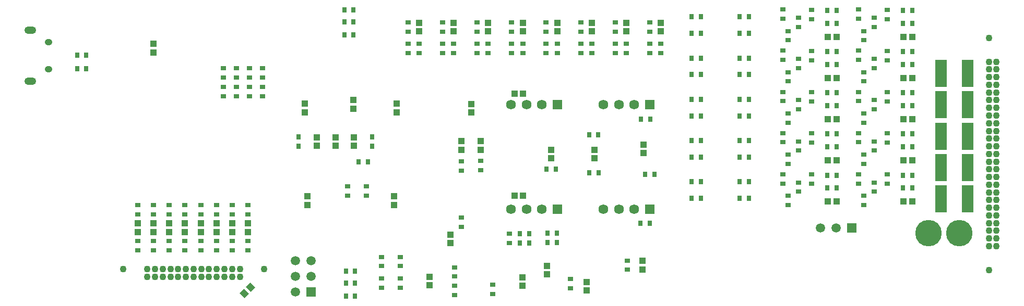
<source format=gbr>
%TF.GenerationSoftware,Altium Limited,Altium Designer,22.4.2 (48)*%
G04 Layer_Color=255*
%FSLAX45Y45*%
%MOMM*%
%TF.SameCoordinates,DD45EC1B-027E-4741-A071-7A00BA1CB46E*%
%TF.FilePolarity,Positive*%
%TF.FileFunction,Pads,Bot*%
%TF.Part,Single*%
G01*
G75*
%TA.AperFunction,SMDPad,CuDef*%
%ADD19R,0.70000X0.90000*%
%ADD26R,1.05000X1.10000*%
%ADD27R,1.10000X1.05000*%
%ADD36R,0.90000X0.70000*%
%TA.AperFunction,ComponentPad*%
%ADD77R,1.50000X1.50000*%
%ADD78C,4.30000*%
%ADD79C,1.10000*%
%ADD80C,1.59000*%
%ADD81R,1.59000X1.59000*%
%ADD82C,1.50000*%
%ADD83O,1.25000X1.05000*%
%ADD84O,1.90000X1.20000*%
%ADD85R,1.50000X1.50000*%
%TA.AperFunction,SMDPad,CuDef*%
%ADD94R,1.90000X4.44000*%
%ADD95R,0.70000X0.85000*%
G04:AMPARAMS|DCode=96|XSize=1.1mm|YSize=1.05mm|CornerRadius=0mm|HoleSize=0mm|Usage=FLASHONLY|Rotation=315.000|XOffset=0mm|YOffset=0mm|HoleType=Round|Shape=Rectangle|*
%AMROTATEDRECTD96*
4,1,4,-0.76014,0.01768,-0.01768,0.76014,0.76014,-0.01768,0.01768,-0.76014,-0.76014,0.01768,0.0*
%
%ADD96ROTATEDRECTD96*%

D19*
X11050000Y2370000D02*
D03*
X11200000D02*
D03*
X11055000Y4065000D02*
D03*
X11205000D02*
D03*
X9545000Y2210000D02*
D03*
X9695000D02*
D03*
X9095000Y2205000D02*
D03*
X9245000D02*
D03*
X9695000Y2060000D02*
D03*
X9545000D02*
D03*
X9095000Y2055000D02*
D03*
X9245000Y2055000D02*
D03*
X11125000Y3170000D02*
D03*
X11275000D02*
D03*
X9525000Y3250000D02*
D03*
X9675000D02*
D03*
X10365000Y3810000D02*
D03*
X10215000D02*
D03*
X10220000Y3190000D02*
D03*
X10370000Y3190000D02*
D03*
X2060000Y5105000D02*
D03*
X1910000D02*
D03*
X2060000Y4890001D02*
D03*
X1910000Y4890000D02*
D03*
X6475000Y3370000D02*
D03*
X6625000D02*
D03*
X6420000Y1190000D02*
D03*
X6270000D02*
D03*
X6420000Y1395000D02*
D03*
X6270000D02*
D03*
Y1594999D02*
D03*
X6420000D02*
D03*
X6395000Y5440000D02*
D03*
X6245000Y5440000D02*
D03*
X6395000Y5645000D02*
D03*
X6245000Y5645000D02*
D03*
X6245000Y5844999D02*
D03*
X6395000Y5844999D02*
D03*
X11879999Y2780000D02*
D03*
X12029999D02*
D03*
X11879999Y3050000D02*
D03*
X12029999D02*
D03*
X12659998Y2780000D02*
D03*
X12809998D02*
D03*
X12659998Y3050000D02*
D03*
X12809998D02*
D03*
X11879999Y3450000D02*
D03*
X12029999D02*
D03*
X11879999Y3720000D02*
D03*
X12029999D02*
D03*
X12659998Y3450000D02*
D03*
X12809998D02*
D03*
X12659998Y3720000D02*
D03*
X12809998D02*
D03*
X11879999Y4120000D02*
D03*
X12029999D02*
D03*
X11879999Y4390000D02*
D03*
X12029999D02*
D03*
X12659998Y4120000D02*
D03*
X12809998D02*
D03*
X12659998Y4390000D02*
D03*
X12809998D02*
D03*
X11879999Y4790000D02*
D03*
X12029999D02*
D03*
X11879999Y5060000D02*
D03*
X12029999D02*
D03*
X12659998Y4790000D02*
D03*
X12809998D02*
D03*
X12659998Y5060000D02*
D03*
X12809998D02*
D03*
X11879999Y5459999D02*
D03*
X12029999D02*
D03*
X11879999Y5729999D02*
D03*
X12029999D02*
D03*
X12659998Y5730000D02*
D03*
X12809998D02*
D03*
X12659998Y5460000D02*
D03*
X12809998D02*
D03*
X14230000Y3155001D02*
D03*
X14080003D02*
D03*
X14230000Y2945001D02*
D03*
X14080003D02*
D03*
X15305000Y5835000D02*
D03*
X15455000D02*
D03*
X15305000Y5625000D02*
D03*
X15455000D02*
D03*
X14079999Y4495001D02*
D03*
X14229996D02*
D03*
X14079999Y4285001D02*
D03*
X14229996D02*
D03*
X14079999Y3825001D02*
D03*
X14230000D02*
D03*
X14079999Y3615001D02*
D03*
X14230000D02*
D03*
X14080003Y5165001D02*
D03*
X14230000D02*
D03*
X14080003Y4955001D02*
D03*
X14230000D02*
D03*
X14079999Y5835001D02*
D03*
X14230000D02*
D03*
X14079999Y5625001D02*
D03*
X14230000D02*
D03*
X15305003Y3825001D02*
D03*
X15455000D02*
D03*
X15305003Y3615001D02*
D03*
X15455000D02*
D03*
X15304997Y4495001D02*
D03*
X15455000D02*
D03*
X15304997Y4285001D02*
D03*
X15455000D02*
D03*
X15304997Y3155001D02*
D03*
X15454996D02*
D03*
X15304997Y2945001D02*
D03*
X15454996D02*
D03*
X15304997Y5165001D02*
D03*
X15455000D02*
D03*
X15304997Y4955001D02*
D03*
X15455000D02*
D03*
D26*
X9005000Y4480000D02*
D03*
X9145000D02*
D03*
X9005000Y2825000D02*
D03*
X9145000D02*
D03*
X15455000Y3394998D02*
D03*
X15314999D02*
D03*
X14089999Y2724998D02*
D03*
X14230000D02*
D03*
X15455000Y5405000D02*
D03*
X15314999D02*
D03*
X14230005Y4064998D02*
D03*
X14089999D02*
D03*
X14230000Y3394998D02*
D03*
X14089999D02*
D03*
X14230000Y4734998D02*
D03*
X14089999D02*
D03*
X14230000Y5404998D02*
D03*
X14089999D02*
D03*
X15455000Y4064998D02*
D03*
X15314999D02*
D03*
X15455005Y2724998D02*
D03*
X15314999D02*
D03*
X15455000Y4734998D02*
D03*
X15314999D02*
D03*
D27*
X7630000Y1360991D02*
D03*
Y1500991D02*
D03*
X9535002Y1680001D02*
D03*
Y1540001D02*
D03*
X10180000Y1420000D02*
D03*
Y1280000D02*
D03*
X9135002Y1492502D02*
D03*
Y1352502D02*
D03*
X7970000Y2050000D02*
D03*
Y2190000D02*
D03*
X4170001Y2370000D02*
D03*
Y2230000D02*
D03*
X9600002Y3569999D02*
D03*
Y3429998D02*
D03*
X6100000Y3630000D02*
D03*
Y3770000D02*
D03*
X6400000Y3630000D02*
D03*
Y3770000D02*
D03*
X11080000Y1760000D02*
D03*
Y1620000D02*
D03*
X8307497Y4313751D02*
D03*
Y4173751D02*
D03*
X10300000Y3570002D02*
D03*
Y3430002D02*
D03*
X11100000Y3655000D02*
D03*
Y3515000D02*
D03*
X8140000Y3710000D02*
D03*
Y3570000D02*
D03*
X8455000Y3710000D02*
D03*
Y3570000D02*
D03*
X3150000Y5290000D02*
D03*
Y5150000D02*
D03*
X6395000Y4235000D02*
D03*
Y4375000D02*
D03*
X5650000Y2810000D02*
D03*
Y2670000D02*
D03*
X5605000Y4180000D02*
D03*
Y4320000D02*
D03*
X7090000Y4180000D02*
D03*
Y4320000D02*
D03*
X7050000Y2670000D02*
D03*
Y2810000D02*
D03*
X5800000Y3630000D02*
D03*
Y3770000D02*
D03*
X2895001Y2370000D02*
D03*
Y2230000D02*
D03*
X3150001Y2370000D02*
D03*
Y2230000D02*
D03*
X4425001Y2370000D02*
D03*
Y2230000D02*
D03*
X3660001Y2370000D02*
D03*
Y2230000D02*
D03*
X3405001Y2370000D02*
D03*
Y2230000D02*
D03*
X3915001Y2370000D02*
D03*
Y2230000D02*
D03*
X4680001Y2370000D02*
D03*
Y2230000D02*
D03*
X8579007Y5494999D02*
D03*
Y5634998D02*
D03*
X9139007Y5494999D02*
D03*
Y5634998D02*
D03*
X8019007Y5494999D02*
D03*
Y5634998D02*
D03*
X7459007D02*
D03*
Y5494999D02*
D03*
X10259007D02*
D03*
Y5634998D02*
D03*
X11379006Y5494999D02*
D03*
Y5634998D02*
D03*
X9699007Y5494999D02*
D03*
Y5634998D02*
D03*
X10819007Y5494999D02*
D03*
Y5634998D02*
D03*
D36*
X14670000Y5500000D02*
D03*
X14585001Y5700000D02*
D03*
X13445001Y5500001D02*
D03*
X13359996Y5699998D02*
D03*
X14670001Y4830001D02*
D03*
X14584996Y5029998D02*
D03*
X13445001Y4829996D02*
D03*
X13359996Y5030003D02*
D03*
X14670001Y4160001D02*
D03*
X14584996Y4359998D02*
D03*
X13445001Y4160001D02*
D03*
X13359996Y4359998D02*
D03*
X13445001Y3490001D02*
D03*
X13359996Y3689998D02*
D03*
X14670001Y2820001D02*
D03*
X14584996Y3019998D02*
D03*
X13445001Y2819996D02*
D03*
X13360001Y3020003D02*
D03*
X14670001Y3489996D02*
D03*
X14584996Y3690003D02*
D03*
X8920000Y2205000D02*
D03*
Y2055000D02*
D03*
X8650000Y1225000D02*
D03*
Y1375000D02*
D03*
X9910000Y1315000D02*
D03*
Y1465000D02*
D03*
X8140000Y2465000D02*
D03*
Y2315000D02*
D03*
X6850000Y1475000D02*
D03*
Y1325000D02*
D03*
Y1825000D02*
D03*
Y1675000D02*
D03*
X4285000Y4440000D02*
D03*
Y4590000D02*
D03*
Y4745000D02*
D03*
Y4895000D02*
D03*
X4170001Y2515000D02*
D03*
Y2665000D02*
D03*
Y1935000D02*
D03*
Y2085000D02*
D03*
X6600000Y2825000D02*
D03*
Y2975000D02*
D03*
X6300000Y2975000D02*
D03*
Y2825000D02*
D03*
X10835000Y1615000D02*
D03*
Y1765000D02*
D03*
X7150000Y1675000D02*
D03*
Y1825000D02*
D03*
Y1325000D02*
D03*
Y1475000D02*
D03*
X8140000Y3230000D02*
D03*
Y3380000D02*
D03*
X8455000Y3390000D02*
D03*
Y3240000D02*
D03*
X4495000Y4895000D02*
D03*
Y4745000D02*
D03*
Y4590000D02*
D03*
Y4440000D02*
D03*
X4705000Y4895000D02*
D03*
Y4745000D02*
D03*
Y4590000D02*
D03*
Y4440000D02*
D03*
X4915000Y4590000D02*
D03*
Y4440000D02*
D03*
Y4895000D02*
D03*
Y4745000D02*
D03*
X8030000Y1355000D02*
D03*
Y1205000D02*
D03*
X8030000Y1505000D02*
D03*
Y1655000D02*
D03*
X2895001Y1935000D02*
D03*
Y2085000D02*
D03*
Y2515000D02*
D03*
Y2665000D02*
D03*
X3150001Y1935000D02*
D03*
Y2085000D02*
D03*
Y2515000D02*
D03*
Y2665000D02*
D03*
X4425001Y2515000D02*
D03*
Y2665000D02*
D03*
Y1935000D02*
D03*
Y2085000D02*
D03*
X3660001Y2515000D02*
D03*
Y2665000D02*
D03*
Y1935000D02*
D03*
Y2085000D02*
D03*
X3405001Y2515000D02*
D03*
Y2665000D02*
D03*
Y1935000D02*
D03*
Y2085000D02*
D03*
X3915001Y2515000D02*
D03*
Y2665000D02*
D03*
Y1935000D02*
D03*
Y2085000D02*
D03*
X4680001Y2515000D02*
D03*
Y2665000D02*
D03*
Y1935000D02*
D03*
Y2085000D02*
D03*
X8399007Y5639997D02*
D03*
Y5490000D02*
D03*
X8579007Y5144997D02*
D03*
Y5294999D02*
D03*
X8399007Y5144997D02*
D03*
Y5294999D02*
D03*
X8959007Y5639997D02*
D03*
Y5490000D02*
D03*
X9139007Y5144997D02*
D03*
Y5294999D02*
D03*
X8959007Y5144997D02*
D03*
Y5294999D02*
D03*
X7839007Y5639997D02*
D03*
Y5490000D02*
D03*
X8019007Y5144997D02*
D03*
Y5294999D02*
D03*
X7839007Y5144997D02*
D03*
Y5294999D02*
D03*
X7279008Y5490000D02*
D03*
Y5639997D02*
D03*
X7459007Y5294999D02*
D03*
Y5144997D02*
D03*
X7279008Y5294999D02*
D03*
Y5144997D02*
D03*
X10079007Y5639997D02*
D03*
Y5490000D02*
D03*
X10259007Y5144997D02*
D03*
Y5294999D02*
D03*
X10079007Y5144997D02*
D03*
Y5294999D02*
D03*
X11199007Y5639997D02*
D03*
Y5490000D02*
D03*
X11379006Y5144997D02*
D03*
Y5294999D02*
D03*
X11199007Y5144997D02*
D03*
Y5294999D02*
D03*
X9519007Y5639997D02*
D03*
Y5490000D02*
D03*
X9699007Y5144997D02*
D03*
Y5294999D02*
D03*
X9519007Y5144997D02*
D03*
Y5294999D02*
D03*
X10639007Y5639997D02*
D03*
Y5490000D02*
D03*
X10819007Y5144997D02*
D03*
Y5294999D02*
D03*
X10639007Y5144997D02*
D03*
Y5294999D02*
D03*
X13825002Y3165001D02*
D03*
Y3015003D02*
D03*
X13615001Y2884999D02*
D03*
Y3034996D02*
D03*
X13360001Y3170001D02*
D03*
X13445001Y2669999D02*
D03*
X15050000Y5695000D02*
D03*
Y5844999D02*
D03*
X14839999Y5715000D02*
D03*
Y5565000D02*
D03*
X14585001Y5849999D02*
D03*
X14670000Y5350000D02*
D03*
X13825002Y4354998D02*
D03*
Y4504995D02*
D03*
X13615001Y4375001D02*
D03*
Y4225004D02*
D03*
X13359996Y4509995D02*
D03*
X13445001Y4010004D02*
D03*
X13825002Y3684998D02*
D03*
Y3835000D02*
D03*
X13615001Y3705001D02*
D03*
Y3554999D02*
D03*
X13359996Y3840000D02*
D03*
X13445001Y3339999D02*
D03*
X13825002Y5025003D02*
D03*
Y5175000D02*
D03*
X13615001Y5044996D02*
D03*
Y4894999D02*
D03*
X13359996Y5180000D02*
D03*
X13445001Y4679999D02*
D03*
X13825002Y5694998D02*
D03*
Y5845000D02*
D03*
X13615001Y5715001D02*
D03*
Y5564999D02*
D03*
X13359996Y5850000D02*
D03*
X13445001Y5349999D02*
D03*
X15050002Y3685003D02*
D03*
Y3835000D02*
D03*
X14840001Y3704996D02*
D03*
Y3554999D02*
D03*
X14584996Y3840000D02*
D03*
X14670001Y3339999D02*
D03*
X15050002Y4354998D02*
D03*
Y4505000D02*
D03*
X14840001Y4375001D02*
D03*
Y4224999D02*
D03*
X14584996Y4510000D02*
D03*
X14670001Y4009999D02*
D03*
X15050002Y3014998D02*
D03*
Y3164995D02*
D03*
X14840001Y3035001D02*
D03*
Y2885004D02*
D03*
X14584996Y3169995D02*
D03*
X14670001Y2670004D02*
D03*
X15050002Y5024998D02*
D03*
Y5175000D02*
D03*
X14840001Y5045001D02*
D03*
Y4894999D02*
D03*
X14584996Y5180000D02*
D03*
X14670001Y4679999D02*
D03*
D77*
X14480000Y2300000D02*
D03*
D78*
X15724995Y2210000D02*
D03*
X16225000Y2210000D02*
D03*
D79*
X16700000Y4875000D02*
D03*
X16825000D02*
D03*
X16700000Y4625000D02*
D03*
X16825000D02*
D03*
X16700000Y4375000D02*
D03*
X16825000D02*
D03*
X16700000Y4125000D02*
D03*
X16825000D02*
D03*
X16700000Y3875000D02*
D03*
X16825000D02*
D03*
X16700000Y3625000D02*
D03*
X16825000D02*
D03*
X16700000Y3375000D02*
D03*
X16825000D02*
D03*
X16700000Y3125000D02*
D03*
X16825000D02*
D03*
X16700000Y2875000D02*
D03*
X16825000D02*
D03*
X16700000Y2625000D02*
D03*
X16825000D02*
D03*
X2660000Y1625000D02*
D03*
X4940001Y1625000D02*
D03*
X3050001Y1500001D02*
D03*
X3175000D02*
D03*
X3299998D02*
D03*
X3425002D02*
D03*
X3550001D02*
D03*
X3674999D02*
D03*
X3800003D02*
D03*
X3925001D02*
D03*
X4050000D02*
D03*
X4174998D02*
D03*
X4300002D02*
D03*
X4425000D02*
D03*
X4549998D02*
D03*
X3050002Y1625000D02*
D03*
X3175000D02*
D03*
X3299998D02*
D03*
X3425002D02*
D03*
X3550000D02*
D03*
X3674999D02*
D03*
X3800003D02*
D03*
X3925001D02*
D03*
X4050000D02*
D03*
X4174998D02*
D03*
X4300002D02*
D03*
X4425000D02*
D03*
X4549999D02*
D03*
X16700000Y2500000D02*
D03*
X16825000Y2375000D02*
D03*
Y2500000D02*
D03*
X16700000Y2250000D02*
D03*
X16825000D02*
D03*
X16700000Y2125000D02*
D03*
X16825000D02*
D03*
X16700000Y2375000D02*
D03*
Y2000000D02*
D03*
X16825000D02*
D03*
X16700000Y1610000D02*
D03*
Y5390000D02*
D03*
X16825000Y2750000D02*
D03*
Y3000000D02*
D03*
Y3250000D02*
D03*
Y3500000D02*
D03*
Y3750000D02*
D03*
Y4000000D02*
D03*
Y4250000D02*
D03*
Y4500000D02*
D03*
Y4750000D02*
D03*
Y5000000D02*
D03*
X16700000Y2750000D02*
D03*
Y3000000D02*
D03*
Y3250000D02*
D03*
Y3500000D02*
D03*
Y3750000D02*
D03*
Y4000000D02*
D03*
Y4250000D02*
D03*
Y4500000D02*
D03*
Y4750000D02*
D03*
Y5000000D02*
D03*
D80*
X8949998Y4299999D02*
D03*
X9200000D02*
D03*
X9450002D02*
D03*
X10949999Y2600001D02*
D03*
X10699997D02*
D03*
X10450000D02*
D03*
X10950002Y4300002D02*
D03*
X10700000D02*
D03*
X10449998D02*
D03*
X8949998Y2599999D02*
D03*
X9200000D02*
D03*
X9450002D02*
D03*
D81*
X9699999Y4299999D02*
D03*
X11200001Y2600001D02*
D03*
X11199999Y4300001D02*
D03*
X9699999Y2599999D02*
D03*
D82*
X13972000Y2300000D02*
D03*
X14225999D02*
D03*
X5451000Y1251000D02*
D03*
X5705000Y1505000D02*
D03*
X5451000D02*
D03*
X5705000Y1759000D02*
D03*
X5451000D02*
D03*
D83*
X1450000Y5322500D02*
D03*
Y4877497D02*
D03*
D84*
X1150001Y4682502D02*
D03*
X1150001Y5517501D02*
D03*
D85*
X5705000Y1251000D02*
D03*
D94*
X15927499Y4300000D02*
D03*
X16352499D02*
D03*
X15927499Y4810001D02*
D03*
X16352499Y4810001D02*
D03*
X15927499Y2770000D02*
D03*
X16352499D02*
D03*
X15927499Y3280000D02*
D03*
X16352499D02*
D03*
X15927499Y3790000D02*
D03*
X16352499D02*
D03*
D95*
X5500000Y3622500D02*
D03*
Y3777500D02*
D03*
X6700000D02*
D03*
Y3622500D02*
D03*
D96*
X4719498Y1329497D02*
D03*
X4620503Y1230502D02*
D03*
%TF.MD5,ab8585c63cb6502ca8fcb5aefcea75d0*%
M02*

</source>
